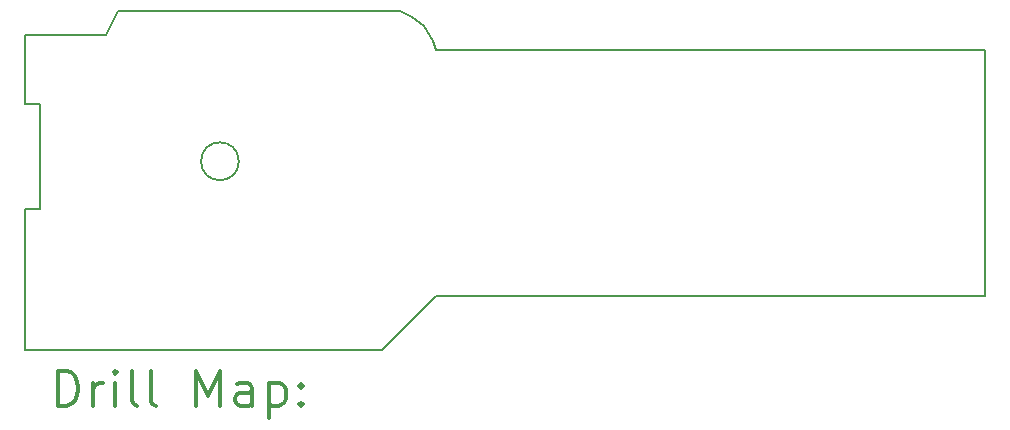
<source format=gbr>
%FSLAX45Y45*%
G04 Gerber Fmt 4.5, Leading zero omitted, Abs format (unit mm)*
G04 Created by KiCad (PCBNEW (5.0.2)-1) date 04/02/2021 11:14:41*
%MOMM*%
%LPD*%
G01*
G04 APERTURE LIST*
%ADD10C,0.150000*%
%ADD11C,0.200000*%
%ADD12C,0.300000*%
G04 APERTURE END LIST*
D10*
X11564600Y-12776200D02*
G75*
G03X11564600Y-12776200I-160000J0D01*
G01*
X17881600Y-11836400D02*
X17881600Y-13919200D01*
X14808200Y-11836400D02*
X17881600Y-11836400D01*
X13741400Y-11836400D02*
X14808200Y-11836400D01*
X13233400Y-11836400D02*
X13741400Y-11836400D01*
X13208000Y-11760200D02*
X13233400Y-11836400D01*
X13131800Y-11633200D02*
X13208000Y-11760200D01*
X13030200Y-11557000D02*
X13131800Y-11633200D01*
X12928600Y-11506200D02*
X13030200Y-11557000D01*
X12801600Y-11506200D02*
X12928600Y-11506200D01*
X10541000Y-11506200D02*
X12801600Y-11506200D01*
X10439400Y-11709400D02*
X10541000Y-11506200D01*
X9753600Y-11709400D02*
X10439400Y-11709400D01*
X9753600Y-12293600D02*
X9753600Y-11709400D01*
X9880600Y-12293600D02*
X9753600Y-12293600D01*
X9880600Y-13182600D02*
X9880600Y-12293600D01*
X9753600Y-13182600D02*
X9880600Y-13182600D01*
X9753600Y-14376400D02*
X9753600Y-13182600D01*
X13233400Y-13919200D02*
X17881600Y-13919200D01*
X12776200Y-14376400D02*
X13233400Y-13919200D01*
X12750800Y-14376400D02*
X12776200Y-14376400D01*
X10947400Y-14376400D02*
X12750800Y-14376400D01*
X10947400Y-14376400D02*
X9753600Y-14376400D01*
D11*
D12*
X10032528Y-14849614D02*
X10032528Y-14549614D01*
X10103957Y-14549614D01*
X10146814Y-14563900D01*
X10175386Y-14592471D01*
X10189671Y-14621043D01*
X10203957Y-14678186D01*
X10203957Y-14721043D01*
X10189671Y-14778186D01*
X10175386Y-14806757D01*
X10146814Y-14835329D01*
X10103957Y-14849614D01*
X10032528Y-14849614D01*
X10332528Y-14849614D02*
X10332528Y-14649614D01*
X10332528Y-14706757D02*
X10346814Y-14678186D01*
X10361100Y-14663900D01*
X10389671Y-14649614D01*
X10418243Y-14649614D01*
X10518243Y-14849614D02*
X10518243Y-14649614D01*
X10518243Y-14549614D02*
X10503957Y-14563900D01*
X10518243Y-14578186D01*
X10532528Y-14563900D01*
X10518243Y-14549614D01*
X10518243Y-14578186D01*
X10703957Y-14849614D02*
X10675386Y-14835329D01*
X10661100Y-14806757D01*
X10661100Y-14549614D01*
X10861100Y-14849614D02*
X10832528Y-14835329D01*
X10818243Y-14806757D01*
X10818243Y-14549614D01*
X11203957Y-14849614D02*
X11203957Y-14549614D01*
X11303957Y-14763900D01*
X11403957Y-14549614D01*
X11403957Y-14849614D01*
X11675386Y-14849614D02*
X11675386Y-14692471D01*
X11661100Y-14663900D01*
X11632528Y-14649614D01*
X11575386Y-14649614D01*
X11546814Y-14663900D01*
X11675386Y-14835329D02*
X11646814Y-14849614D01*
X11575386Y-14849614D01*
X11546814Y-14835329D01*
X11532528Y-14806757D01*
X11532528Y-14778186D01*
X11546814Y-14749614D01*
X11575386Y-14735329D01*
X11646814Y-14735329D01*
X11675386Y-14721043D01*
X11818243Y-14649614D02*
X11818243Y-14949614D01*
X11818243Y-14663900D02*
X11846814Y-14649614D01*
X11903957Y-14649614D01*
X11932528Y-14663900D01*
X11946814Y-14678186D01*
X11961100Y-14706757D01*
X11961100Y-14792471D01*
X11946814Y-14821043D01*
X11932528Y-14835329D01*
X11903957Y-14849614D01*
X11846814Y-14849614D01*
X11818243Y-14835329D01*
X12089671Y-14821043D02*
X12103957Y-14835329D01*
X12089671Y-14849614D01*
X12075386Y-14835329D01*
X12089671Y-14821043D01*
X12089671Y-14849614D01*
X12089671Y-14663900D02*
X12103957Y-14678186D01*
X12089671Y-14692471D01*
X12075386Y-14678186D01*
X12089671Y-14663900D01*
X12089671Y-14692471D01*
M02*

</source>
